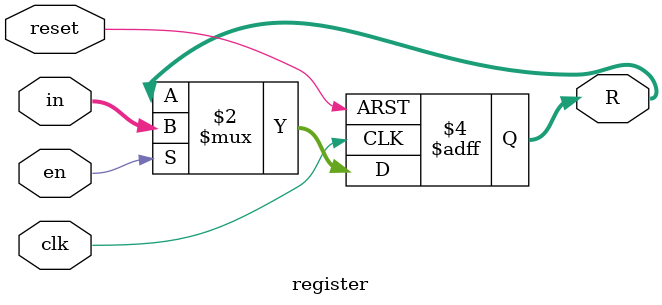
<source format=v>
/************************************************************************/
/* Team Number :        12                                              */
/* Name:                ID:      	serial # :                          */
/* Issa Qandah          2036177         11                              */
/* Hassan Taqieddin     2036057         18                              */
/************************************************************************/
module register ( in, reset, en, clk, R);

	// n -> size of the register
	parameter n = 32;
	
	// Inputs
	input [n-1:0] in;
	input reset, clk, en;
	
	// Outputs
	output reg [n-1:0] R;
	
	always @ ( posedge clk or posedge reset) begin
	
		// Clear the register 
		if (reset) R <= 'b0;
			
		// write on the register if the enable is activated
		else if (en) R <= in;
		
	end
	
endmodule

</source>
